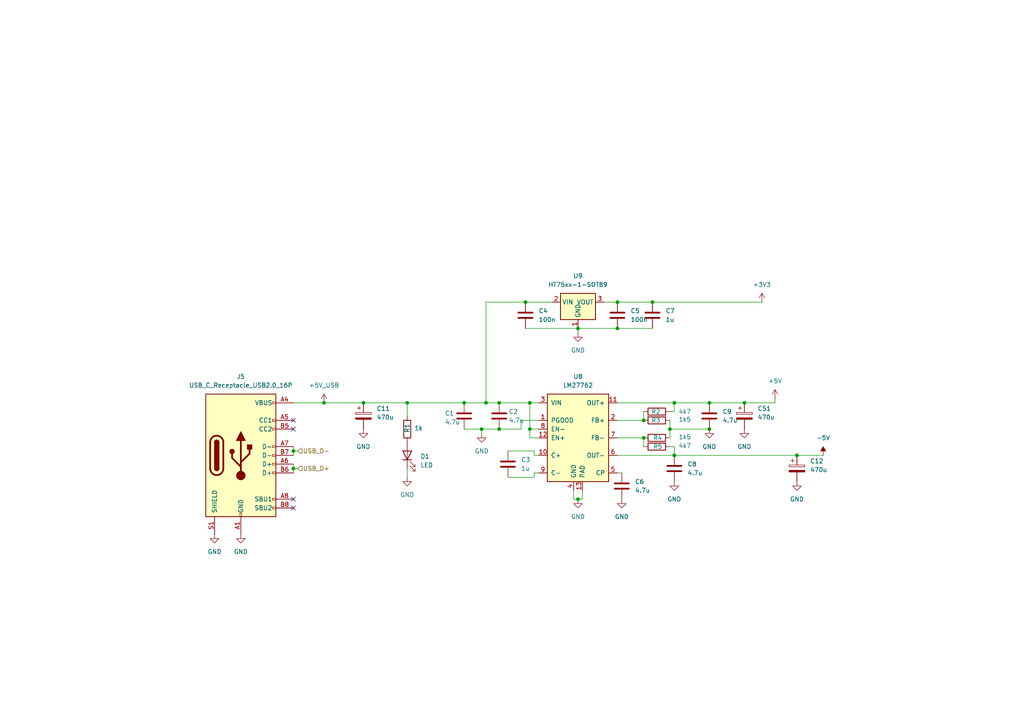
<source format=kicad_sch>
(kicad_sch (version 20250114) (generator "eeschema") (generator_version "9.0")
  (paper "A4")
  (title_block (title "LCR Meter - Power supply") (date "2025-01-20") (rev "1") (company "Vojtěch Glombíček"))
  (lib_symbols
    (symbol "Connector:USB_C_Receptacle_USB2.0_16P" (pin_names (offset 1.016))
      (property "Reference" "J" (at 0 22.225 0))
      (property "Value" "USB_C_Receptacle_USB2.0_16P" (at 0 19.685 0))
      (symbol "USB_C_Receptacle_USB2.0_16P_0_0"
        (rectangle (start -0.254 -17.78) (end 0.254 -16.764))
        (rectangle (start 10.16 15.494) (end 9.144 14.986))
        (rectangle (start 10.16 10.414) (end 9.144 9.906))
        (rectangle (start 10.16 7.874) (end 9.144 7.366))
        (rectangle (start 10.16 2.794) (end 9.144 2.286))
        (rectangle (start 10.16 0.254) (end 9.144 -0.254))
        (rectangle (start 10.16 -2.286) (end 9.144 -2.794))
        (rectangle (start 10.16 -4.826) (end 9.144 -5.334))
        (rectangle (start 10.16 -12.446) (end 9.144 -12.954))
        (rectangle (start 10.16 -14.986) (end 9.144 -15.494))
      )
      (symbol "USB_C_Receptacle_USB2.0_16P_0_1"
        (rectangle (start -10.16 17.78) (end 10.16 -17.78) (stroke (width 0.254)) (fill (type background)))
        (polyline (pts (xy -8.89 -3.81) (xy -8.89 3.81)) (stroke (width 0.508)))
        (rectangle (start -7.62 -3.81) (end -6.35 3.81) (stroke (width 0.254)) (fill (type outline)))
        (arc (start -7.62 3.81) (mid -6.985 4.4423) (end -6.35 3.81) (stroke (width 0.254)))
        (arc (start -7.62 3.81) (mid -6.985 4.4423) (end -6.35 3.81) (stroke (width 0.254)) (fill (type outline)))
        (arc (start -8.89 3.81) (mid -6.985 5.7067) (end -5.08 3.81) (stroke (width 0.508)))
        (arc (start -5.08 -3.81) (mid -6.985 -5.7067) (end -8.89 -3.81) (stroke (width 0.508)))
        (arc (start -6.35 -3.81) (mid -6.985 -4.4423) (end -7.62 -3.81) (stroke (width 0.254)))
        (arc (start -6.35 -3.81) (mid -6.985 -4.4423) (end -7.62 -3.81) (stroke (width 0.254)) (fill (type outline)))
        (polyline (pts (xy -5.08 3.81) (xy -5.08 -3.81)) (stroke (width 0.508)))
        (circle (center -2.54 1.143) (radius 0.635) (stroke (width 0.254)) (fill (type outline)))
        (polyline (pts (xy -1.27 4.318) (xy 0 6.858) (xy 1.27 4.318) (xy -1.27 4.318)) (stroke (width 0.254)) (fill (type outline)))
        (polyline (pts (xy 0 -2.032) (xy 2.54 0.508) (xy 2.54 1.778)) (stroke (width 0.508)))
        (polyline (pts (xy 0 -3.302) (xy -2.54 -0.762) (xy -2.54 0.508)) (stroke (width 0.508)))
        (polyline (pts (xy 0 -5.842) (xy 0 4.318)) (stroke (width 0.508)))
        (circle (center 0 -5.842) (radius 1.27) (fill (type outline)))
        (rectangle (start 1.905 1.778) (end 3.175 3.048) (stroke (width 0.254)) (fill (type outline)))
      )
      (symbol "USB_C_Receptacle_USB2.0_16P_1_1"
        (pin passive line (at -7.62 -22.86 90) (length 5.08) (name "SHIELD") (number "S1"))
        (pin passive line (at 0 -22.86 90) (length 5.08) (name "GND") (number "A1"))
        (pin passive line (at 0 -22.86 90) (length 5.08) (hide yes) (name "GND") (number "A12"))
        (pin passive line (at 0 -22.86 90) (length 5.08) (hide yes) (name "GND") (number "B1"))
        (pin passive line (at 0 -22.86 90) (length 5.08) (hide yes) (name "GND") (number "B12"))
        (pin passive line (at 15.24 15.24 180) (length 5.08) (name "VBUS") (number "A4"))
        (pin passive line (at 15.24 15.24 180) (length 5.08) (hide yes) (name "VBUS") (number "A9"))
        (pin passive line (at 15.24 15.24 180) (length 5.08) (hide yes) (name "VBUS") (number "B4"))
        (pin passive line (at 15.24 15.24 180) (length 5.08) (hide yes) (name "VBUS") (number "B9"))
        (pin bidirectional line (at 15.24 10.16 180) (length 5.08) (name "CC1") (number "A5"))
        (pin bidirectional line (at 15.24 7.62 180) (length 5.08) (name "CC2") (number "B5"))
        (pin bidirectional line (at 15.24 2.54 180) (length 5.08) (name "D-") (number "A7"))
        (pin bidirectional line (at 15.24 0 180) (length 5.08) (name "D-") (number "B7"))
        (pin bidirectional line (at 15.24 -2.54 180) (length 5.08) (name "D+") (number "A6"))
        (pin bidirectional line (at 15.24 -5.08 180) (length 5.08) (name "D+") (number "B6"))
        (pin bidirectional line (at 15.24 -12.7 180) (length 5.08) (name "SBU1") (number "A8"))
        (pin bidirectional line (at 15.24 -15.24 180) (length 5.08) (name "SBU2") (number "B8"))
      )
    )
    (symbol "Device:C" (pin_numbers (hide yes)) (pin_names (offset 0.254))
      (property "Reference" "C" (at 0.635 2.54 0))
      (property "Value" "C" (at 0.635 -2.54 0))
      (symbol "C_0_1"
        (polyline (pts (xy -2.032 0.762) (xy 2.032 0.762)) (stroke (width 0.508)))
        (polyline (pts (xy -2.032 -0.762) (xy 2.032 -0.762)) (stroke (width 0.508)))
      )
      (symbol "C_1_1"
        (pin passive line (at 0 3.81 270) (length 2.794) (name "~") (number "1"))
        (pin passive line (at 0 -3.81 90) (length 2.794) (name "~") (number "2"))
      )
    )
    (symbol "Device:C_Polarized" (pin_numbers (hide yes)) (pin_names (offset 0.254))
      (property "Reference" "C" (at 0.635 2.54 0))
      (property "Value" "C_Polarized" (at 0.635 -2.54 0))
      (symbol "C_Polarized_0_1"
        (rectangle (start -2.286 0.508) (end 2.286 1.016))
        (polyline (pts (xy -1.778 2.286) (xy -0.762 2.286)))
        (polyline (pts (xy -1.27 2.794) (xy -1.27 1.778)))
        (rectangle (start 2.286 -0.508) (end -2.286 -1.016) (fill (type outline)))
      )
      (symbol "C_Polarized_1_1"
        (pin passive line (at 0 3.81 270) (length 2.794) (name "~") (number "1"))
        (pin passive line (at 0 -3.81 90) (length 2.794) (name "~") (number "2"))
      )
    )
    (symbol "Device:LED" (pin_numbers (hide yes)) (pin_names (offset 1.016) (hide yes))
      (property "Reference" "D" (at 0 2.54 0))
      (property "Value" "LED" (at 0 -2.54 0))
      (symbol "LED_0_1"
        (polyline (pts (xy -3.048 -0.762) (xy -4.572 -2.286) (xy -3.81 -2.286) (xy -4.572 -2.286) (xy -4.572 -1.524)))
        (polyline (pts (xy -1.778 -0.762) (xy -3.302 -2.286) (xy -2.54 -2.286) (xy -3.302 -2.286) (xy -3.302 -1.524)))
        (polyline (pts (xy -1.27 0) (xy 1.27 0)))
        (polyline (pts (xy -1.27 -1.27) (xy -1.27 1.27)) (stroke (width 0.254)))
        (polyline (pts (xy 1.27 -1.27) (xy 1.27 1.27) (xy -1.27 0) (xy 1.27 -1.27)) (stroke (width 0.254)))
      )
      (symbol "LED_1_1"
        (pin passive line (at -3.81 0 0) (length 2.54) (name "K") (number "1"))
        (pin passive line (at 3.81 0 180) (length 2.54) (name "A") (number "2"))
      )
    )
    (symbol "Device:R" (pin_numbers (hide yes)) (pin_names (offset 0))
      (property "Reference" "R" (at 2.032 0 90))
      (property "Value" "R" (at 0 0 90))
      (symbol "R_0_1"
        (rectangle (start -1.016 -2.54) (end 1.016 2.54) (stroke (width 0.254)))
      )
      (symbol "R_1_1"
        (pin passive line (at 0 3.81 270) (length 1.27) (name "~") (number "1"))
        (pin passive line (at 0 -3.81 90) (length 1.27) (name "~") (number "2"))
      )
    )
    (symbol "Regulator_Linear:HT75xx-1-SOT89"
      (property "Reference" "U" (at -5.08 -3.81 0))
      (property "Value" "HT75xx-1-SOT89" (at 0 6.35 0))
      (symbol "HT75xx-1-SOT89_0_1"
        (rectangle (start -5.08 5.08) (end 5.08 -2.54) (stroke (width 0.254)) (fill (type background)))
      )
      (symbol "HT75xx-1-SOT89_1_1"
        (pin power_in line (at -7.62 2.54 0) (length 2.54) (name "VIN") (number "2"))
        (pin power_in line (at 0 -5.08 90) (length 2.54) (name "GND") (number "1"))
        (pin power_out line (at 7.62 2.54 180) (length 2.54) (name "VOUT") (number "3"))
      )
    )
    (symbol "Regulator_SwitchedCapacitor:LM27762" (pin_names (offset 1.016))
      (property "Reference" "U" (at -6.604 8.89 0))
      (property "Value" "LM27762" (at 6.096 8.89 0))
      (symbol "LM27762_0_1"
        (rectangle (start -7.62 7.62) (end 10.16 -17.78) (stroke (width 0.254)) (fill (type background)))
      )
      (symbol "LM27762_1_1"
        (pin power_in line (at -10.16 5.08 0) (length 2.54) (name "VIN") (number "3"))
        (pin open_collector line (at -10.16 0 0) (length 2.54) (name "PGOOD") (number "1"))
        (pin input line (at -10.16 -2.54 0) (length 2.54) (name "EN-") (number "8"))
        (pin input line (at -10.16 -5.08 0) (length 2.54) (name "EN+") (number "12"))
        (pin passive line (at -10.16 -10.16 0) (length 2.54) (name "C+") (number "10"))
        (pin passive line (at -10.16 -15.24 0) (length 2.54) (name "C-") (number "9"))
        (pin power_in line (at 0 -20.32 90) (length 2.54) (name "GND") (number "4"))
        (pin power_in line (at 2.54 -20.32 90) (length 2.54) (name "PAD") (number "13"))
        (pin power_out line (at 12.7 5.08 180) (length 2.54) (name "OUT+") (number "11"))
        (pin input line (at 12.7 0 180) (length 2.54) (name "FB+") (number "2"))
        (pin input line (at 12.7 -5.08 180) (length 2.54) (name "FB-") (number "7"))
        (pin power_out line (at 12.7 -10.16 180) (length 2.54) (name "OUT-") (number "6"))
        (pin passive line (at 12.7 -15.24 180) (length 2.54) (name "CP") (number "5"))
      )
    )
    (symbol "power:+3V3" (power) (pin_numbers (hide yes)) (pin_names (offset 0) (hide yes))
      (property "Value" "+3V3" (at 0 3.556 0))
      (symbol "+3V3_0_1"
        (polyline (pts (xy -0.762 1.27) (xy 0 2.54)))
        (polyline (pts (xy 0 2.54) (xy 0.762 1.27)))
        (polyline (pts (xy 0 0) (xy 0 2.54)))
      )
      (symbol "+3V3_1_1"
        (pin power_in line (at 0 0 90) (length 0) (name "~") (number "1"))
      )
    )
    (symbol "power:+5V" (power) (pin_numbers (hide yes)) (pin_names (offset 0) (hide yes))
      (property "Value" "+5V" (at 0 3.556 0))
      (symbol "+5V_0_1"
        (polyline (pts (xy -0.762 1.27) (xy 0 2.54)))
        (polyline (pts (xy 0 2.54) (xy 0.762 1.27)))
        (polyline (pts (xy 0 0) (xy 0 2.54)))
      )
      (symbol "+5V_1_1"
        (pin power_in line (at 0 0 90) (length 0) (name "~") (number "1"))
      )
    )
    (symbol "power:-5V" (power) (pin_numbers (hide yes)) (pin_names (offset 0) (hide yes))
      (property "Value" "-5V" (at 0 3.556 0))
      (symbol "-5V_0_0"
        (pin power_in line (at 0 0 90) (length 0) (name "~") (number "1"))
      )
      (symbol "-5V_0_1"
        (polyline (pts (xy 0 0) (xy 0 1.27) (xy 0.762 1.27) (xy 0 2.54) (xy -0.762 1.27) (xy 0 1.27)) (fill (type outline)))
      )
    )
    (symbol "power:GND" (power) (pin_numbers (hide yes)) (pin_names (offset 0) (hide yes))
      (property "Value" "GND" (at 0 -3.81 0))
      (symbol "GND_0_1"
        (polyline (pts (xy 0 0) (xy 0 -1.27) (xy 1.27 -1.27) (xy 0 -2.54) (xy -1.27 -1.27) (xy 0 -1.27)))
      )
      (symbol "GND_1_1"
        (pin power_in line (at 0 0 270) (length 0) (name "~") (number "1"))
      )
    )
  )
  (junction (at 153.67 124.46))
  (junction (at 85.09 130.81))
  (junction (at 152.4 87.63))
  (junction (at 144.78 116.84))
  (junction (at 195.58 116.84))
  (junction (at 139.7 124.46))
  (junction (at 205.74 124.46))
  (junction (at 186.69 127))
  (junction (at 179.07 87.63))
  (junction (at 144.78 124.46))
  (junction (at 231.14 132.08))
  (junction (at 186.69 121.92))
  (junction (at 134.62 116.84))
  (junction (at 167.64 95.25))
  (junction (at 179.07 95.25))
  (junction (at 93.98 116.84))
  (junction (at 140.97 116.84))
  (junction (at 195.58 132.08))
  (junction (at 215.9 116.84))
  (junction (at 118.11 116.84))
  (junction (at 153.67 116.84))
  (junction (at 85.09 135.89))
  (junction (at 194.31 124.46))
  (junction (at 205.74 116.84))
  (junction (at 189.23 87.63))
  (junction (at 105.41 116.84))
  (junction (at 167.64 144.78))
  (no_connect (at 85.09 124.46))
  (no_connect (at 85.09 144.78))
  (no_connect (at 85.09 147.32))
  (no_connect (at 85.09 121.92))
  (wire (pts (xy 179.07 132.08) (xy 195.58 132.08)))
  (wire (pts (xy 144.78 116.84) (xy 153.67 116.84)))
  (wire (pts (xy 231.14 132.08) (xy 238.76 132.08)))
  (wire (pts (xy 153.67 124.46) (xy 153.67 116.84)))
  (wire (pts (xy 194.31 124.46) (xy 194.31 127)))
  (wire (pts (xy 179.07 116.84) (xy 195.58 116.84)))
  (wire (pts (xy 189.23 87.63) (xy 220.98 87.63)))
  (wire (pts (xy 179.07 121.92) (xy 186.69 121.92)))
  (wire (pts (xy 85.09 135.89) (xy 86.36 135.89)))
  (wire (pts (xy 153.67 124.46) (xy 156.21 124.46)))
  (wire (pts (xy 154.94 130.81) (xy 147.32 130.81)))
  (wire (pts (xy 85.09 137.16) (xy 85.09 135.89)))
  (wire (pts (xy 153.67 127) (xy 153.67 124.46)))
  (wire (pts (xy 195.58 132.08) (xy 231.14 132.08)))
  (wire (pts (xy 147.32 138.43) (xy 154.94 138.43)))
  (wire (pts (xy 139.7 124.46) (xy 144.78 124.46)))
  (wire (pts (xy 194.31 121.92) (xy 194.31 124.46)))
  (wire (pts (xy 140.97 116.84) (xy 144.78 116.84)))
  (wire (pts (xy 194.31 129.54) (xy 195.58 129.54)))
  (wire (pts (xy 85.09 116.84) (xy 93.98 116.84)))
  (wire (pts (xy 139.7 124.46) (xy 134.62 124.46)))
  (wire (pts (xy 195.58 116.84) (xy 205.74 116.84)))
  (wire (pts (xy 152.4 95.25) (xy 167.64 95.25)))
  (wire (pts (xy 134.62 116.84) (xy 140.97 116.84)))
  (wire (pts (xy 205.74 124.46) (xy 194.31 124.46)))
  (wire (pts (xy 166.37 144.78) (xy 167.64 144.78)))
  (wire (pts (xy 195.58 119.38) (xy 195.58 116.84)))
  (wire (pts (xy 156.21 132.08) (xy 154.94 132.08)))
  (wire (pts (xy 156.21 127) (xy 153.67 127)))
  (wire (pts (xy 93.98 116.84) (xy 105.41 116.84)))
  (wire (pts (xy 194.31 119.38) (xy 195.58 119.38)))
  (wire (pts (xy 166.37 142.24) (xy 166.37 144.78)))
  (wire (pts (xy 154.94 138.43) (xy 154.94 137.16)))
  (wire (pts (xy 224.79 115.57) (xy 224.79 116.84)))
  (wire (pts (xy 154.94 132.08) (xy 154.94 130.81)))
  (wire (pts (xy 151.13 124.46) (xy 144.78 124.46)))
  (wire (pts (xy 140.97 87.63) (xy 140.97 116.84)))
  (wire (pts (xy 156.21 121.92) (xy 151.13 121.92)))
  (wire (pts (xy 186.69 127) (xy 186.69 129.54)))
  (wire (pts (xy 152.4 87.63) (xy 160.02 87.63)))
  (wire (pts (xy 153.67 116.84) (xy 156.21 116.84)))
  (wire (pts (xy 186.69 119.38) (xy 186.69 121.92)))
  (wire (pts (xy 167.64 95.25) (xy 179.07 95.25)))
  (wire (pts (xy 85.09 130.81) (xy 85.09 132.08)))
  (wire (pts (xy 195.58 129.54) (xy 195.58 132.08)))
  (wire (pts (xy 85.09 129.54) (xy 85.09 130.81)))
  (wire (pts (xy 179.07 87.63) (xy 175.26 87.63)))
  (wire (pts (xy 168.91 144.78) (xy 167.64 144.78)))
  (wire (pts (xy 179.07 95.25) (xy 189.23 95.25)))
  (wire (pts (xy 118.11 138.43) (xy 118.11 135.89)))
  (wire (pts (xy 105.41 116.84) (xy 118.11 116.84)))
  (wire (pts (xy 205.74 116.84) (xy 215.9 116.84)))
  (wire (pts (xy 140.97 87.63) (xy 152.4 87.63)))
  (wire (pts (xy 167.64 96.52) (xy 167.64 95.25)))
  (wire (pts (xy 151.13 121.92) (xy 151.13 124.46)))
  (wire (pts (xy 86.36 130.81) (xy 85.09 130.81)))
  (wire (pts (xy 179.07 127) (xy 186.69 127)))
  (wire (pts (xy 85.09 135.89) (xy 85.09 134.62)))
  (wire (pts (xy 180.34 137.16) (xy 179.07 137.16)))
  (wire (pts (xy 154.94 137.16) (xy 156.21 137.16)))
  (wire (pts (xy 224.79 116.84) (xy 215.9 116.84)))
  (wire (pts (xy 118.11 116.84) (xy 118.11 120.65)))
  (wire (pts (xy 118.11 116.84) (xy 134.62 116.84)))
  (wire (pts (xy 139.7 125.73) (xy 139.7 124.46)))
  (wire (pts (xy 168.91 142.24) (xy 168.91 144.78)))
  (wire (pts (xy 179.07 87.63) (xy 189.23 87.63)))
  (hierarchical_label "USB_D+" (shape input) (at 86.36 135.89 0))
  (hierarchical_label "USB_D-" (shape input) (at 86.36 130.81 0))
  (symbol (lib_id "Regulator_SwitchedCapacitor:LM27762") (at 166.37 121.92 0) (unit 1)
    (property "Reference" "U8" (at 167.64 109.22 0))
    (property "Value" "LM27762" (at 167.64 111.76 0))
    (property "Footprint" "Package_SON:WSON-12-1EP_3x2mm_P0.5mm_EP1x2.65_ThermalVias" (effects (hide yes)))
    (property "Datasheet" "http://www.ti.com/lit/ds/symlink/lm27762.pdf" (effects (hide yes)))
    (property "Description" "Low-noise inverting charge pump with both positive and negative LDO's, with 2.7V-5.5V input to +1.5 to +5V and -1.5 to -5V Output Voltage, WSON-12" (effects (hide yes)))
  )
  (symbol (lib_id "power:+5V") (at 93.98 116.84 0) (unit 1)
    (property "Reference" "#PWR07" (effects (hide yes)))
    (property "Value" "+5V_USB" (at 93.98 111.76 0))
    (property "Description" "Power symbol creates a global label with name \"+5V\"" (effects (hide yes)))
  )
  (symbol (lib_id "Device:C") (at 189.23 91.44 0) (unit 1)
    (property "Reference" "C7" (at 193.04 90.1699 0) (effects (justify left)))
    (property "Value" "1u" (at 193.04 92.7099 0) (effects (justify left)))
    (property "Footprint" "Capacitor_SMD:C_0603_1608Metric_Pad1.08x0.95mm_HandSolder" (effects (hide yes)))
    (property "Description" "Unpolarized capacitor" (effects (hide yes)))
  )
  (symbol (lib_id "Device:R") (at 190.5 119.38 90) (unit 1)
    (property "Reference" "R2" (at 190.246 119.38 90))
    (property "Value" "4k7" (at 198.628 119.38 90))
    (property "Footprint" "Resistor_SMD:R_0603_1608Metric_Pad0.98x0.95mm_HandSolder" (effects (hide yes)))
    (property "Description" "Resistor" (effects (hide yes)))
  )
  (symbol (lib_id "power:GND") (at 215.9 124.46 0) (unit 1)
    (property "Reference" "#PWR0140" (effects (hide yes)))
    (property "Value" "GND" (at 215.9 129.54 0))
    (property "Description" "Power symbol creates a global label with name \"GND\" , ground" (effects (hide yes)))
  )
  (symbol (lib_id "Device:R") (at 190.5 129.54 90) (unit 1)
    (property "Reference" "R5" (at 190.754 129.54 90))
    (property "Value" "4k7" (at 198.628 129.286 90))
    (property "Footprint" "Resistor_SMD:R_0603_1608Metric_Pad0.98x0.95mm_HandSolder" (effects (hide yes)))
    (property "Description" "Resistor" (effects (hide yes)))
  )
  (symbol (lib_id "Device:C") (at 195.58 135.89 0) (unit 1)
    (property "Reference" "C8" (at 199.39 134.6199 0) (effects (justify left)))
    (property "Value" "4.7u" (at 199.39 137.1599 0) (effects (justify left)))
    (property "Footprint" "Capacitor_SMD:C_0805_2012Metric_Pad1.18x1.45mm_HandSolder" (effects (hide yes)))
    (property "Description" "Unpolarized capacitor" (effects (hide yes)))
  )
  (symbol (lib_id "power:GND") (at 205.74 124.46 0) (unit 1)
    (property "Reference" "#PWR014" (effects (hide yes)))
    (property "Value" "GND" (at 205.74 129.54 0))
    (property "Description" "Power symbol creates a global label with name \"GND\" , ground" (effects (hide yes)))
  )
  (symbol (lib_id "Device:C_Polarized") (at 215.9 120.65 0) (unit 1)
    (property "Reference" "C51" (at 219.71 118.4909 0) (effects (justify left)))
    (property "Value" "470u" (at 219.71 121.0309 0) (effects (justify left)))
    (property "Footprint" "Capacitor_THT:CP_Radial_D8.0mm_P3.80mm" (effects (hide yes)))
    (property "Description" "Polarized capacitor" (effects (hide yes)))
  )
  (symbol (lib_id "Regulator_Linear:HT75xx-1-SOT89") (at 167.64 90.17 0) (unit 1)
    (property "Reference" "U9" (at 167.64 80.01 0))
    (property "Value" "HT75xx-1-SOT89" (at 167.64 82.55 0))
    (property "Footprint" "Package_TO_SOT_SMD:SOT-89-3_Handsoldering" (effects (hide yes)))
    (property "Datasheet" "https://www.holtek.com/documents/10179/116711/HT75xx-1v250.pdf" (effects (hide yes)))
    (property "Description" "100mA Low Dropout Voltage Regulator, Fixed Output, SOT89" (effects (hide yes)))
  )
  (symbol (lib_id "Device:C_Polarized") (at 105.41 120.65 0) (unit 1)
    (property "Reference" "C11" (at 109.22 118.4909 0) (effects (justify left)))
    (property "Value" "470u" (at 109.22 121.0309 0) (effects (justify left)))
    (property "Footprint" "Capacitor_THT:CP_Radial_D8.0mm_P3.80mm" (effects (hide yes)))
    (property "Description" "Polarized capacitor" (effects (hide yes)))
  )
  (symbol (lib_id "power:GND") (at 180.34 144.78 0) (unit 1)
    (property "Reference" "#PWR012" (effects (hide yes)))
    (property "Value" "GND" (at 180.34 149.86 0))
    (property "Description" "Power symbol creates a global label with name \"GND\" , ground" (effects (hide yes)))
  )
  (symbol (lib_id "Device:C_Polarized") (at 231.14 135.89 0) (unit 1)
    (property "Reference" "C12" (at 234.95 133.7309 0) (effects (justify left)))
    (property "Value" "470u" (at 234.95 136.2709 0) (effects (justify left)))
    (property "Footprint" "Capacitor_THT:CP_Radial_D8.0mm_P3.80mm" (effects (hide yes)))
    (property "Description" "Polarized capacitor" (effects (hide yes)))
  )
  (symbol (lib_id "Device:C") (at 144.78 120.65 0) (unit 1)
    (property "Reference" "C2" (at 147.574 119.38 0) (effects (justify left)))
    (property "Value" "4.7u" (at 147.574 121.92 0) (effects (justify left)))
    (property "Footprint" "Capacitor_SMD:C_0805_2012Metric_Pad1.18x1.45mm_HandSolder" (effects (hide yes)))
    (property "Description" "Unpolarized capacitor" (effects (hide yes)))
  )
  (symbol (lib_id "power:GND") (at 69.85 154.94 0) (unit 1)
    (property "Reference" "#PWR06" (effects (hide yes)))
    (property "Value" "GND" (at 69.85 160.02 0))
    (property "Description" "Power symbol creates a global label with name \"GND\" , ground" (effects (hide yes)))
  )
  (symbol (lib_id "Device:C") (at 179.07 91.44 0) (unit 1)
    (property "Reference" "C5" (at 182.88 90.1699 0) (effects (justify left)))
    (property "Value" "100n" (at 182.88 92.7099 0) (effects (justify left)))
    (property "Footprint" "Capacitor_SMD:C_0603_1608Metric_Pad1.08x0.95mm_HandSolder" (effects (hide yes)))
    (property "Description" "Unpolarized capacitor" (effects (hide yes)))
  )
  (symbol (lib_id "power:+3V3") (at 220.98 87.63 0) (unit 1)
    (property "Reference" "#PWR015" (effects (hide yes)))
    (property "Value" "+3V3" (at 220.98 82.55 0))
    (property "Description" "Power symbol creates a global label with name \"+3V3\"" (effects (hide yes)))
  )
  (symbol (lib_id "power:GND") (at 105.41 124.46 0) (unit 1)
    (property "Reference" "#PWR0138" (effects (hide yes)))
    (property "Value" "GND" (at 105.41 129.54 0))
    (property "Description" "Power symbol creates a global label with name \"GND\" , ground" (effects (hide yes)))
  )
  (symbol (lib_id "power:+5V") (at 224.79 115.57 0) (unit 1)
    (property "Reference" "#PWR016" (effects (hide yes)))
    (property "Value" "+5V" (at 224.79 110.49 0))
    (property "Description" "Power symbol creates a global label with name \"+5V\"" (effects (hide yes)))
  )
  (symbol (lib_id "Device:C") (at 205.74 120.65 0) (unit 1)
    (property "Reference" "C9" (at 209.55 119.3799 0) (effects (justify left)))
    (property "Value" "4.7u" (at 209.55 121.9199 0) (effects (justify left)))
    (property "Footprint" "Capacitor_SMD:C_0805_2012Metric_Pad1.18x1.45mm_HandSolder" (effects (hide yes)))
    (property "Description" "Unpolarized capacitor" (effects (hide yes)))
  )
  (symbol (lib_id "power:GND") (at 195.58 139.7 0) (unit 1)
    (property "Reference" "#PWR013" (effects (hide yes)))
    (property "Value" "GND" (at 195.58 144.78 0))
    (property "Description" "Power symbol creates a global label with name \"GND\" , ground" (effects (hide yes)))
  )
  (symbol (lib_id "power:GND") (at 118.11 138.43 0) (unit 1)
    (property "Reference" "#PWR08" (effects (hide yes)))
    (property "Value" "GND" (at 118.11 143.51 0))
    (property "Description" "Power symbol creates a global label with name \"GND\" , ground" (effects (hide yes)))
  )
  (symbol (lib_id "Device:LED") (at 118.11 132.08 90) (unit 1)
    (property "Reference" "D1" (at 121.92 132.3974 90) (effects (justify right)))
    (property "Value" "LED" (at 121.92 134.9374 90) (effects (justify right)))
    (property "Footprint" "LED_SMD:LED_miniPLCC_2315_Handsoldering" (effects (hide yes)))
    (property "Description" "Light emitting diode" (effects (hide yes)))
  )
  (symbol (lib_id "power:GND") (at 231.14 139.7 0) (unit 1)
    (property "Reference" "#PWR0139" (effects (hide yes)))
    (property "Value" "GND" (at 231.14 144.78 0))
    (property "Description" "Power symbol creates a global label with name \"GND\" , ground" (effects (hide yes)))
  )
  (symbol (lib_id "Device:C") (at 152.4 91.44 0) (unit 1)
    (property "Reference" "C4" (at 156.21 90.1699 0) (effects (justify left)))
    (property "Value" "100n" (at 156.21 92.7099 0) (effects (justify left)))
    (property "Footprint" "Capacitor_SMD:C_0603_1608Metric_Pad1.08x0.95mm_HandSolder" (effects (hide yes)))
    (property "Description" "Unpolarized capacitor" (effects (hide yes)))
  )
  (symbol (lib_id "Device:R") (at 190.5 127 90) (unit 1)
    (property "Reference" "R4" (at 190.754 127 90))
    (property "Value" "1k5" (at 198.628 126.746 90))
    (property "Footprint" "Resistor_SMD:R_0603_1608Metric_Pad0.98x0.95mm_HandSolder" (effects (hide yes)))
    (property "Description" "Resistor" (effects (hide yes)))
  )
  (symbol (lib_id "power:GND") (at 139.7 125.73 0) (unit 1)
    (property "Reference" "#PWR09" (effects (hide yes)))
    (property "Value" "GND" (at 139.7 130.81 0))
    (property "Description" "Power symbol creates a global label with name \"GND\" , ground" (effects (hide yes)))
  )
  (symbol (lib_id "power:GND") (at 167.64 144.78 0) (unit 1)
    (property "Reference" "#PWR011" (effects (hide yes)))
    (property "Value" "GND" (at 167.64 149.86 0))
    (property "Description" "Power symbol creates a global label with name \"GND\" , ground" (effects (hide yes)))
  )
  (symbol (lib_id "power:GND") (at 62.23 154.94 0) (unit 1)
    (property "Reference" "#PWR05" (effects (hide yes)))
    (property "Value" "GND" (at 62.23 160.02 0))
    (property "Description" "Power symbol creates a global label with name \"GND\" , ground" (effects (hide yes)))
  )
  (symbol (lib_id "Device:C") (at 180.34 140.97 0) (unit 1)
    (property "Reference" "C6" (at 184.15 139.6999 0) (effects (justify left)))
    (property "Value" "4.7u" (at 184.15 142.2399 0) (effects (justify left)))
    (property "Footprint" "Capacitor_SMD:C_0805_2012Metric_Pad1.18x1.45mm_HandSolder" (effects (hide yes)))
    (property "Description" "Unpolarized capacitor" (effects (hide yes)))
  )
  (symbol (lib_id "power:GND") (at 167.64 96.52 0) (unit 1)
    (property "Reference" "#PWR010" (effects (hide yes)))
    (property "Value" "GND" (at 167.64 101.6 0))
    (property "Description" "Power symbol creates a global label with name \"GND\" , ground" (effects (hide yes)))
  )
  (symbol (lib_id "Connector:USB_C_Receptacle_USB2.0_16P") (at 69.85 132.08 0) (unit 1)
    (property "Reference" "J5" (at 69.85 109.22 0))
    (property "Value" "USB_C_Receptacle_USB2.0_16P" (at 69.85 111.76 0))
    (property "Footprint" "Connector_USB:USB_C_Receptacle_GCT_USB4105-xx-A_16P_TopMnt_Horizontal" (effects (hide yes)))
    (property "Datasheet" "https://www.usb.org/sites/default/files/documents/usb_type-c.zip" (effects (hide yes)))
    (property "Description" "USB 2.0-only 16P Type-C Receptacle connector" (effects (hide yes)))
  )
  (symbol (lib_id "Device:R") (at 118.11 124.46 180) (unit 1)
    (property "Reference" "R1" (at 118.11 124.206 90))
    (property "Value" "1k" (at 121.412 124.206 0))
    (property "Footprint" "Resistor_SMD:R_0603_1608Metric_Pad0.98x0.95mm_HandSolder" (effects (hide yes)))
    (property "Description" "Resistor" (effects (hide yes)))
  )
  (symbol (lib_id "Device:R") (at 190.5 121.92 90) (unit 1)
    (property "Reference" "R3" (at 190.246 121.92 90))
    (property "Value" "1k5" (at 198.628 121.666 90))
    (property "Footprint" "Resistor_SMD:R_0603_1608Metric_Pad0.98x0.95mm_HandSolder" (effects (hide yes)))
    (property "Description" "Resistor" (effects (hide yes)))
  )
  (symbol (lib_id "Device:C") (at 134.62 120.65 0) (unit 1)
    (property "Reference" "C1" (at 129.032 119.888 0) (effects (justify left)))
    (property "Value" "4.7u" (at 129.032 122.428 0) (effects (justify left)))
    (property "Footprint" "Capacitor_SMD:C_0805_2012Metric_Pad1.18x1.45mm_HandSolder" (effects (hide yes)))
    (property "Description" "Unpolarized capacitor" (effects (hide yes)))
  )
  (symbol (lib_id "power:-5V") (at 238.76 132.08 0) (unit 1)
    (property "Reference" "#PWR017" (effects (hide yes)))
    (property "Value" "-5V" (at 238.76 127 0))
    (property "Description" "Power symbol creates a global label with name \"-5V\"" (effects (hide yes)))
  )
  (symbol (lib_id "Device:C") (at 147.32 134.62 0) (unit 1)
    (property "Reference" "C3" (at 151.13 133.3499 0) (effects (justify left)))
    (property "Value" "1u" (at 151.13 135.8899 0) (effects (justify left)))
    (property "Footprint" "Resistor_SMD:R_0603_1608Metric_Pad0.98x0.95mm_HandSolder" (effects (hide yes)))
    (property "Description" "Unpolarized capacitor" (effects (hide yes)))
  )
)
</source>
